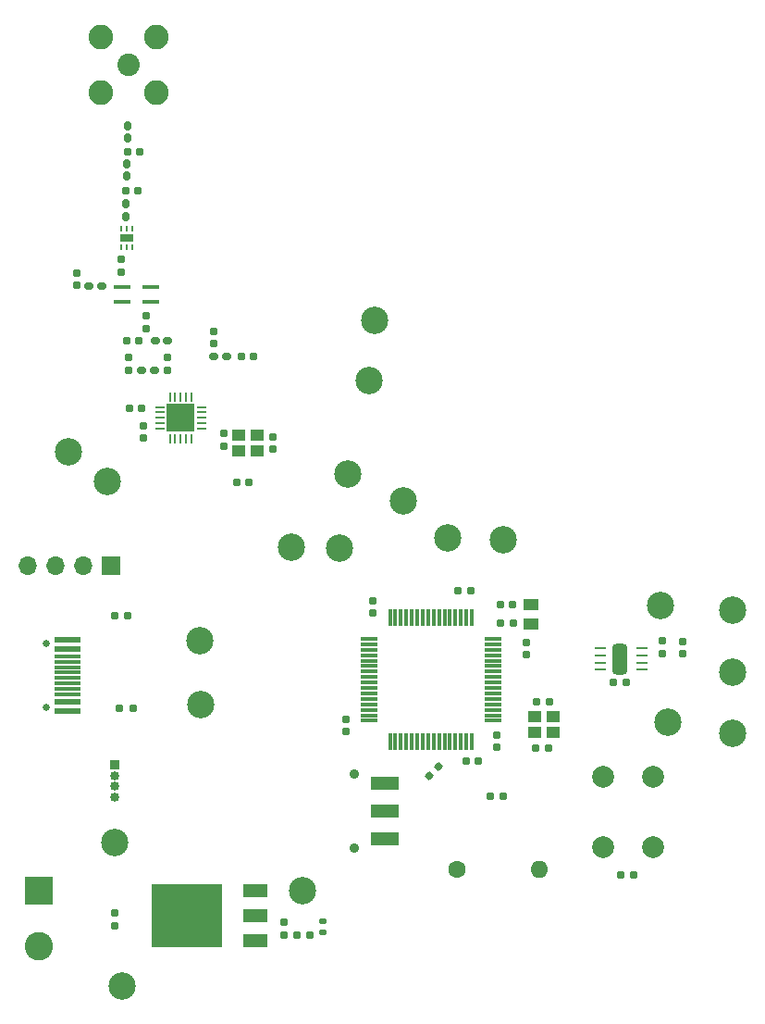
<source format=gbr>
%TF.GenerationSoftware,KiCad,Pcbnew,(6.0.6)*%
%TF.CreationDate,2023-03-24T13:47:12-05:00*%
%TF.ProjectId,DSAT_Telemetry_Board,44534154-5f54-4656-9c65-6d657472795f,rev?*%
%TF.SameCoordinates,Original*%
%TF.FileFunction,Soldermask,Top*%
%TF.FilePolarity,Negative*%
%FSLAX46Y46*%
G04 Gerber Fmt 4.6, Leading zero omitted, Abs format (unit mm)*
G04 Created by KiCad (PCBNEW (6.0.6)) date 2023-03-24 13:47:12*
%MOMM*%
%LPD*%
G01*
G04 APERTURE LIST*
G04 Aperture macros list*
%AMRoundRect*
0 Rectangle with rounded corners*
0 $1 Rounding radius*
0 $2 $3 $4 $5 $6 $7 $8 $9 X,Y pos of 4 corners*
0 Add a 4 corners polygon primitive as box body*
4,1,4,$2,$3,$4,$5,$6,$7,$8,$9,$2,$3,0*
0 Add four circle primitives for the rounded corners*
1,1,$1+$1,$2,$3*
1,1,$1+$1,$4,$5*
1,1,$1+$1,$6,$7*
1,1,$1+$1,$8,$9*
0 Add four rect primitives between the rounded corners*
20,1,$1+$1,$2,$3,$4,$5,0*
20,1,$1+$1,$4,$5,$6,$7,0*
20,1,$1+$1,$6,$7,$8,$9,0*
20,1,$1+$1,$8,$9,$2,$3,0*%
G04 Aperture macros list end*
%ADD10R,2.200000X1.200000*%
%ADD11R,6.400000X5.800000*%
%ADD12R,1.500000X0.400000*%
%ADD13RoundRect,0.155000X0.212500X0.155000X-0.212500X0.155000X-0.212500X-0.155000X0.212500X-0.155000X0*%
%ADD14C,2.500000*%
%ADD15RoundRect,0.155000X-0.212500X-0.155000X0.212500X-0.155000X0.212500X0.155000X-0.212500X0.155000X0*%
%ADD16RoundRect,0.155000X0.155000X-0.212500X0.155000X0.212500X-0.155000X0.212500X-0.155000X-0.212500X0*%
%ADD17RoundRect,0.160000X0.222500X0.160000X-0.222500X0.160000X-0.222500X-0.160000X0.222500X-0.160000X0*%
%ADD18RoundRect,0.075000X0.700000X0.075000X-0.700000X0.075000X-0.700000X-0.075000X0.700000X-0.075000X0*%
%ADD19RoundRect,0.075000X0.075000X0.700000X-0.075000X0.700000X-0.075000X-0.700000X0.075000X-0.700000X0*%
%ADD20RoundRect,0.160000X0.026517X0.252791X-0.252791X-0.026517X-0.026517X-0.252791X0.252791X0.026517X0*%
%ADD21RoundRect,0.160000X0.197500X0.160000X-0.197500X0.160000X-0.197500X-0.160000X0.197500X-0.160000X0*%
%ADD22C,0.650000*%
%ADD23R,2.450000X0.600000*%
%ADD24R,2.450000X0.300000*%
%ADD25RoundRect,0.160000X-0.160000X0.222500X-0.160000X-0.222500X0.160000X-0.222500X0.160000X0.222500X0*%
%ADD26RoundRect,0.050000X0.450000X0.050000X-0.450000X0.050000X-0.450000X-0.050000X0.450000X-0.050000X0*%
%ADD27RoundRect,0.350000X0.350000X1.050000X-0.350000X1.050000X-0.350000X-1.050000X0.350000X-1.050000X0*%
%ADD28RoundRect,0.062500X-0.062500X0.362500X-0.062500X-0.362500X0.062500X-0.362500X0.062500X0.362500X0*%
%ADD29RoundRect,0.062500X-0.362500X0.062500X-0.362500X-0.062500X0.362500X-0.062500X0.362500X0.062500X0*%
%ADD30R,2.600000X2.600000*%
%ADD31RoundRect,0.155000X-0.155000X0.212500X-0.155000X-0.212500X0.155000X-0.212500X0.155000X0.212500X0*%
%ADD32C,2.050000*%
%ADD33C,2.250000*%
%ADD34R,1.470000X1.140000*%
%ADD35R,1.150000X1.000000*%
%ADD36R,0.250000X0.550000*%
%ADD37R,1.300000X0.800000*%
%ADD38RoundRect,0.160000X-0.222500X-0.160000X0.222500X-0.160000X0.222500X0.160000X-0.222500X0.160000X0*%
%ADD39C,2.000000*%
%ADD40C,0.900000*%
%ADD41R,2.500000X1.250000*%
%ADD42C,2.600000*%
%ADD43RoundRect,0.160000X-0.197500X-0.160000X0.197500X-0.160000X0.197500X0.160000X-0.197500X0.160000X0*%
%ADD44R,1.700000X1.700000*%
%ADD45O,1.700000X1.700000*%
%ADD46R,0.850000X0.850000*%
%ADD47O,0.850000X0.850000*%
%ADD48C,1.600000*%
%ADD49O,1.600000X1.600000*%
%ADD50RoundRect,0.147500X0.172500X-0.147500X0.172500X0.147500X-0.172500X0.147500X-0.172500X-0.147500X0*%
G04 APERTURE END LIST*
D10*
%TO.C,U1*%
X172100000Y-137080000D03*
X172100000Y-134800000D03*
X172100000Y-132520000D03*
D11*
X165800000Y-134800000D03*
%TD*%
D12*
%TO.C,U7*%
X159855008Y-77321248D03*
X159855008Y-78621248D03*
X162515008Y-78621248D03*
X162515008Y-77321248D03*
%TD*%
D13*
%TO.C,C32*%
X161517502Y-64936248D03*
X160382502Y-64936248D03*
%TD*%
D14*
%TO.C,TX_~{SEL}*%
X185601207Y-96808000D03*
%TD*%
D15*
%TO.C,C18*%
X197750000Y-119442500D03*
X198885000Y-119442500D03*
%TD*%
D13*
%TO.C,C17*%
X192518707Y-120658000D03*
X191383707Y-120658000D03*
%TD*%
D14*
%TO.C,TX_~{IRQ}*%
X158544002Y-95080248D03*
%TD*%
D16*
%TO.C,C28*%
X159785008Y-75921241D03*
X159785008Y-74786241D03*
%TD*%
D15*
%TO.C,C15*%
X197850000Y-115192500D03*
X198985000Y-115192500D03*
%TD*%
D14*
%TO.C,~{RST}*%
X209850000Y-117100000D03*
%TD*%
D16*
%TO.C,C27*%
X162067519Y-81071237D03*
X162067512Y-79936248D03*
%TD*%
D17*
%TO.C,L3*%
X162840012Y-84903748D03*
X161695012Y-84903748D03*
%TD*%
D18*
%TO.C,U5*%
X193825000Y-116950000D03*
X193825000Y-116450000D03*
X193825000Y-115950000D03*
X193825000Y-115450000D03*
X193825000Y-114950000D03*
X193825000Y-114450000D03*
X193825000Y-113950000D03*
X193825000Y-113450000D03*
X193825000Y-112950000D03*
X193825000Y-112450000D03*
X193825000Y-111950000D03*
X193825000Y-111450000D03*
X193825000Y-110950000D03*
X193825000Y-110450000D03*
X193825000Y-109950000D03*
X193825000Y-109450000D03*
D19*
X191900000Y-107525000D03*
X191400000Y-107525000D03*
X190900000Y-107525000D03*
X190400000Y-107525000D03*
X189900000Y-107525000D03*
X189400000Y-107525000D03*
X188900000Y-107525000D03*
X188400000Y-107525000D03*
X187900000Y-107525000D03*
X187400000Y-107525000D03*
X186900000Y-107525000D03*
X186400000Y-107525000D03*
X185900000Y-107525000D03*
X185400000Y-107525000D03*
X184900000Y-107525000D03*
X184400000Y-107525000D03*
D18*
X182475000Y-109450000D03*
X182475000Y-109950000D03*
X182475000Y-110450000D03*
X182475000Y-110950000D03*
X182475000Y-111450000D03*
X182475000Y-111950000D03*
X182475000Y-112450000D03*
X182475000Y-112950000D03*
X182475000Y-113450000D03*
X182475000Y-113950000D03*
X182475000Y-114450000D03*
X182475000Y-114950000D03*
X182475000Y-115450000D03*
X182475000Y-115950000D03*
X182475000Y-116450000D03*
X182475000Y-116950000D03*
D19*
X184400000Y-118875000D03*
X184900000Y-118875000D03*
X185400000Y-118875000D03*
X185900000Y-118875000D03*
X186400000Y-118875000D03*
X186900000Y-118875000D03*
X187400000Y-118875000D03*
X187900000Y-118875000D03*
X188400000Y-118875000D03*
X188900000Y-118875000D03*
X189400000Y-118875000D03*
X189900000Y-118875000D03*
X190400000Y-118875000D03*
X190900000Y-118875000D03*
X191400000Y-118875000D03*
X191900000Y-118875000D03*
%TD*%
D20*
%TO.C,R10*%
X188826496Y-121159504D03*
X187981504Y-122004496D03*
%TD*%
D21*
%TO.C,R11*%
X206048707Y-113408000D03*
X204853707Y-113408000D03*
%TD*%
D22*
%TO.C,USB1*%
X152926000Y-115688020D03*
X152926000Y-109908020D03*
D23*
X154871000Y-109573020D03*
X154871000Y-110348020D03*
D24*
X154871000Y-111048020D03*
X154871000Y-111548020D03*
X154871000Y-112048020D03*
X154871000Y-112548020D03*
X154871000Y-113048020D03*
X154871000Y-113548020D03*
X154871000Y-114048020D03*
X154871000Y-114548020D03*
D23*
X154871000Y-115248020D03*
X154871000Y-116023020D03*
%TD*%
D25*
%TO.C,L6*%
X160300002Y-66008748D03*
X160300002Y-67153748D03*
%TD*%
D26*
%TO.C,U8*%
X207499207Y-112273000D03*
X207499207Y-111623000D03*
X207499207Y-110973000D03*
X207499207Y-110323000D03*
X203689207Y-110323000D03*
X203689207Y-110973000D03*
X203689207Y-111623000D03*
X203689207Y-112273000D03*
D27*
X205451207Y-111358000D03*
%TD*%
D28*
%TO.C,U6*%
X166249994Y-87328759D03*
X165749994Y-87328759D03*
X165249994Y-87328759D03*
X164749994Y-87328759D03*
X164249994Y-87328759D03*
D29*
X163324994Y-88253759D03*
X163324994Y-88753759D03*
X163324994Y-89253759D03*
X163324994Y-89753759D03*
X163324994Y-90253759D03*
D28*
X164249994Y-91178759D03*
X164749994Y-91178759D03*
X165249994Y-91178759D03*
X165749994Y-91178759D03*
X166249994Y-91178759D03*
D29*
X167174994Y-90253759D03*
X167174994Y-89753759D03*
X167174994Y-89253759D03*
X167174994Y-88753759D03*
X167174994Y-88253759D03*
D30*
X165249994Y-89253759D03*
%TD*%
D31*
%TO.C,C16*%
X194201207Y-118258000D03*
X194201207Y-119393000D03*
%TD*%
%TO.C,C30*%
X211201207Y-109690500D03*
X211201207Y-110825500D03*
%TD*%
D13*
%TO.C,C33*%
X161367502Y-68513748D03*
X160232502Y-68513748D03*
%TD*%
D14*
%TO.C,VBUS*%
X159250000Y-128100000D03*
%TD*%
%TO.C,TX_SCLK*%
X194801207Y-100358000D03*
%TD*%
%TO.C,~{WDO}*%
X215801207Y-112508000D03*
%TD*%
%TO.C,TP15*%
X179800000Y-101150000D03*
%TD*%
D32*
%TO.C,J2*%
X160450002Y-56936248D03*
D33*
X162990002Y-54396248D03*
X162990002Y-59476248D03*
X157910002Y-59476248D03*
X157910002Y-54396248D03*
%TD*%
D34*
%TO.C,FB1*%
X197294000Y-108120000D03*
X197294000Y-106340000D03*
%TD*%
D16*
%TO.C,C12*%
X182850000Y-107117500D03*
X182850000Y-105982500D03*
%TD*%
D14*
%TO.C,+3V3*%
X176400000Y-132450000D03*
%TD*%
%TO.C,RX_En*%
X182504002Y-85840248D03*
%TD*%
D35*
%TO.C,Y1*%
X199367500Y-116575000D03*
X197617500Y-116575000D03*
X197617500Y-117975000D03*
X199367500Y-117975000D03*
%TD*%
D16*
%TO.C,C34*%
X161844002Y-91097748D03*
X161844002Y-89962748D03*
%TD*%
D36*
%TO.C,IC1*%
X159800002Y-73686248D03*
X160300002Y-73686248D03*
X160800002Y-73686248D03*
X160800002Y-71986248D03*
X160300002Y-71986248D03*
X159800002Y-71986248D03*
D37*
X160300002Y-72836248D03*
%TD*%
D35*
%TO.C,Y2*%
X170539000Y-92245500D03*
X172289000Y-92245500D03*
X172289000Y-90845500D03*
X170539000Y-90845500D03*
%TD*%
D31*
%TO.C,C26*%
X173664000Y-90978000D03*
X173664000Y-92113000D03*
%TD*%
D13*
%TO.C,C9*%
X195611500Y-106330000D03*
X194476500Y-106330000D03*
%TD*%
D14*
%TO.C,TX_SDN*%
X180550000Y-94350000D03*
%TD*%
D15*
%TO.C,C22*%
X170782502Y-83621248D03*
X171917502Y-83621248D03*
%TD*%
D14*
%TO.C,GND*%
X209201207Y-106408000D03*
%TD*%
D31*
%TO.C,C25*%
X169164000Y-90678000D03*
X169164000Y-91813000D03*
%TD*%
D16*
%TO.C,C5*%
X174700000Y-136517500D03*
X174700000Y-135382500D03*
%TD*%
D15*
%TO.C,C20*%
X160300012Y-82221248D03*
X161435012Y-82221248D03*
%TD*%
D31*
%TO.C,C21*%
X168250002Y-81318748D03*
X168250002Y-82453748D03*
%TD*%
D38*
%TO.C,L2*%
X168277502Y-83621248D03*
X169422502Y-83621248D03*
%TD*%
D14*
%TO.C,GND*%
X189700000Y-100250000D03*
%TD*%
D17*
%TO.C,L1*%
X164040012Y-82221248D03*
X162895012Y-82221248D03*
%TD*%
D39*
%TO.C,SW1*%
X203951207Y-128550000D03*
X203951207Y-122050000D03*
X208451207Y-122050000D03*
X208451207Y-128550000D03*
%TD*%
D25*
%TO.C,L7*%
X160250002Y-69691248D03*
X160250002Y-70836248D03*
%TD*%
D21*
%TO.C,R8*%
X177047500Y-136550000D03*
X175852500Y-136550000D03*
%TD*%
D15*
%TO.C,C2*%
X193615500Y-123825000D03*
X194750500Y-123825000D03*
%TD*%
D40*
%TO.C,SW2*%
X181151207Y-121808000D03*
X181151207Y-128608000D03*
D41*
X183901207Y-122708000D03*
X183901207Y-125208000D03*
X183901207Y-127708000D03*
%TD*%
D15*
%TO.C,C13*%
X205533707Y-131008000D03*
X206668707Y-131008000D03*
%TD*%
D42*
%TO.C,J3*%
X152245000Y-137570000D03*
D30*
X152245000Y-132490000D03*
%TD*%
D15*
%TO.C,C14*%
X190633707Y-105058000D03*
X191768707Y-105058000D03*
%TD*%
D43*
%TO.C,R13*%
X159173508Y-107348019D03*
X160368508Y-107348019D03*
%TD*%
D15*
%TO.C,C35*%
X160526502Y-88380248D03*
X161661502Y-88380248D03*
%TD*%
D14*
%TO.C,WEN*%
X215751207Y-106800000D03*
%TD*%
D15*
%TO.C,C3*%
X170374500Y-95123000D03*
X171509500Y-95123000D03*
%TD*%
D44*
%TO.C,J1*%
X158850000Y-102750000D03*
D45*
X156310000Y-102750000D03*
X153770000Y-102750000D03*
X151230000Y-102750000D03*
%TD*%
D16*
%TO.C,C29*%
X155700002Y-77153748D03*
X155700002Y-76018748D03*
%TD*%
D14*
%TO.C,TX_En*%
X182994002Y-80330248D03*
%TD*%
D16*
%TO.C,C23*%
X164067512Y-84871248D03*
X164067512Y-83736248D03*
%TD*%
D14*
%TO.C,D+*%
X167050000Y-115450000D03*
%TD*%
D46*
%TO.C,J5*%
X159250000Y-120950000D03*
D47*
X159250000Y-121950000D03*
X159250000Y-122950000D03*
X159250000Y-123950000D03*
%TD*%
D14*
%TO.C,TP16*%
X175400000Y-101050000D03*
%TD*%
D31*
%TO.C,C31*%
X209351207Y-109640500D03*
X209351207Y-110775500D03*
%TD*%
D13*
%TO.C,C10*%
X195679000Y-107980000D03*
X194544000Y-107980000D03*
%TD*%
D14*
%TO.C,WDI*%
X215750000Y-118100000D03*
%TD*%
D16*
%TO.C,C19*%
X180351207Y-117925500D03*
X180351207Y-116790500D03*
%TD*%
D14*
%TO.C,GND*%
X154994002Y-92380248D03*
%TD*%
D31*
%TO.C,C24*%
X160467512Y-83736248D03*
X160467512Y-84871248D03*
%TD*%
%TO.C,C11*%
X196851207Y-109790500D03*
X196851207Y-110925500D03*
%TD*%
D16*
%TO.C,C1*%
X159230000Y-135665000D03*
X159230000Y-134530000D03*
%TD*%
D48*
%TO.C,C4*%
X190562001Y-130544011D03*
D49*
X198062012Y-130544011D03*
%TD*%
D21*
%TO.C,R12*%
X160868508Y-115848019D03*
X159673508Y-115848019D03*
%TD*%
D25*
%TO.C,L5*%
X160400002Y-62513748D03*
X160400002Y-63658748D03*
%TD*%
D14*
%TO.C,D-*%
X167000000Y-109600000D03*
%TD*%
D38*
%TO.C,L4*%
X156862508Y-77221248D03*
X158007508Y-77221248D03*
%TD*%
D50*
%TO.C,D4*%
X178250000Y-136285000D03*
X178250000Y-135315000D03*
%TD*%
D14*
%TO.C,GND*%
X159850000Y-141200000D03*
%TD*%
M02*

</source>
